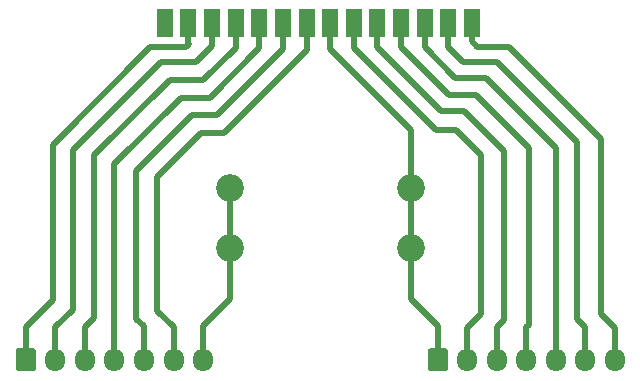
<source format=gbr>
G04 #@! TF.GenerationSoftware,KiCad,Pcbnew,(5.1.5)-3*
G04 #@! TF.CreationDate,2020-02-13T20:49:58+01:00*
G04 #@! TF.ProjectId,bms,626d732e-6b69-4636-9164-5f7063625858,01*
G04 #@! TF.SameCoordinates,Original*
G04 #@! TF.FileFunction,Copper,L1,Top*
G04 #@! TF.FilePolarity,Positive*
%FSLAX46Y46*%
G04 Gerber Fmt 4.6, Leading zero omitted, Abs format (unit mm)*
G04 Created by KiCad (PCBNEW (5.1.5)-3) date 2020-02-13 20:49:58*
%MOMM*%
%LPD*%
G04 APERTURE LIST*
%ADD10C,2.350000*%
%ADD11R,1.350000X2.350000*%
%ADD12O,1.700000X1.950000*%
%ADD13C,0.100000*%
%ADD14C,0.500000*%
%ADD15C,0.250000*%
G04 APERTURE END LIST*
D10*
X127847500Y-96120000D03*
X127847500Y-101200000D03*
X112527500Y-96120000D03*
X112527500Y-101200000D03*
D11*
X106990000Y-82200000D03*
X108990000Y-82200000D03*
X110990000Y-82200000D03*
X112990000Y-82200000D03*
X114990000Y-82200000D03*
X116990000Y-82200000D03*
X118990000Y-82200000D03*
X120990000Y-82200000D03*
X122990000Y-82200000D03*
X124990000Y-82200000D03*
X126990000Y-82200000D03*
X128990000Y-82200000D03*
X130990000Y-82200000D03*
X132990000Y-82200000D03*
D12*
X145100000Y-110700000D03*
X142600000Y-110700000D03*
X140100000Y-110700000D03*
X137600000Y-110700000D03*
X135100000Y-110700000D03*
X132600000Y-110700000D03*
G04 #@! TA.AperFunction,ComponentPad*
D13*
G36*
X130724504Y-109726204D02*
G01*
X130748773Y-109729804D01*
X130772571Y-109735765D01*
X130795671Y-109744030D01*
X130817849Y-109754520D01*
X130838893Y-109767133D01*
X130858598Y-109781747D01*
X130876777Y-109798223D01*
X130893253Y-109816402D01*
X130907867Y-109836107D01*
X130920480Y-109857151D01*
X130930970Y-109879329D01*
X130939235Y-109902429D01*
X130945196Y-109926227D01*
X130948796Y-109950496D01*
X130950000Y-109975000D01*
X130950000Y-111425000D01*
X130948796Y-111449504D01*
X130945196Y-111473773D01*
X130939235Y-111497571D01*
X130930970Y-111520671D01*
X130920480Y-111542849D01*
X130907867Y-111563893D01*
X130893253Y-111583598D01*
X130876777Y-111601777D01*
X130858598Y-111618253D01*
X130838893Y-111632867D01*
X130817849Y-111645480D01*
X130795671Y-111655970D01*
X130772571Y-111664235D01*
X130748773Y-111670196D01*
X130724504Y-111673796D01*
X130700000Y-111675000D01*
X129500000Y-111675000D01*
X129475496Y-111673796D01*
X129451227Y-111670196D01*
X129427429Y-111664235D01*
X129404329Y-111655970D01*
X129382151Y-111645480D01*
X129361107Y-111632867D01*
X129341402Y-111618253D01*
X129323223Y-111601777D01*
X129306747Y-111583598D01*
X129292133Y-111563893D01*
X129279520Y-111542849D01*
X129269030Y-111520671D01*
X129260765Y-111497571D01*
X129254804Y-111473773D01*
X129251204Y-111449504D01*
X129250000Y-111425000D01*
X129250000Y-109975000D01*
X129251204Y-109950496D01*
X129254804Y-109926227D01*
X129260765Y-109902429D01*
X129269030Y-109879329D01*
X129279520Y-109857151D01*
X129292133Y-109836107D01*
X129306747Y-109816402D01*
X129323223Y-109798223D01*
X129341402Y-109781747D01*
X129361107Y-109767133D01*
X129382151Y-109754520D01*
X129404329Y-109744030D01*
X129427429Y-109735765D01*
X129451227Y-109729804D01*
X129475496Y-109726204D01*
X129500000Y-109725000D01*
X130700000Y-109725000D01*
X130724504Y-109726204D01*
G37*
G04 #@! TD.AperFunction*
D12*
X110225000Y-110675000D03*
X107725000Y-110675000D03*
X105225000Y-110675000D03*
X102725000Y-110675000D03*
X100225000Y-110675000D03*
X97725000Y-110675000D03*
G04 #@! TA.AperFunction,ComponentPad*
D13*
G36*
X95849504Y-109701204D02*
G01*
X95873773Y-109704804D01*
X95897571Y-109710765D01*
X95920671Y-109719030D01*
X95942849Y-109729520D01*
X95963893Y-109742133D01*
X95983598Y-109756747D01*
X96001777Y-109773223D01*
X96018253Y-109791402D01*
X96032867Y-109811107D01*
X96045480Y-109832151D01*
X96055970Y-109854329D01*
X96064235Y-109877429D01*
X96070196Y-109901227D01*
X96073796Y-109925496D01*
X96075000Y-109950000D01*
X96075000Y-111400000D01*
X96073796Y-111424504D01*
X96070196Y-111448773D01*
X96064235Y-111472571D01*
X96055970Y-111495671D01*
X96045480Y-111517849D01*
X96032867Y-111538893D01*
X96018253Y-111558598D01*
X96001777Y-111576777D01*
X95983598Y-111593253D01*
X95963893Y-111607867D01*
X95942849Y-111620480D01*
X95920671Y-111630970D01*
X95897571Y-111639235D01*
X95873773Y-111645196D01*
X95849504Y-111648796D01*
X95825000Y-111650000D01*
X94625000Y-111650000D01*
X94600496Y-111648796D01*
X94576227Y-111645196D01*
X94552429Y-111639235D01*
X94529329Y-111630970D01*
X94507151Y-111620480D01*
X94486107Y-111607867D01*
X94466402Y-111593253D01*
X94448223Y-111576777D01*
X94431747Y-111558598D01*
X94417133Y-111538893D01*
X94404520Y-111517849D01*
X94394030Y-111495671D01*
X94385765Y-111472571D01*
X94379804Y-111448773D01*
X94376204Y-111424504D01*
X94375000Y-111400000D01*
X94375000Y-109950000D01*
X94376204Y-109925496D01*
X94379804Y-109901227D01*
X94385765Y-109877429D01*
X94394030Y-109854329D01*
X94404520Y-109832151D01*
X94417133Y-109811107D01*
X94431747Y-109791402D01*
X94448223Y-109773223D01*
X94466402Y-109756747D01*
X94486107Y-109742133D01*
X94507151Y-109729520D01*
X94529329Y-109719030D01*
X94552429Y-109710765D01*
X94576227Y-109704804D01*
X94600496Y-109701204D01*
X94625000Y-109700000D01*
X95825000Y-109700000D01*
X95849504Y-109701204D01*
G37*
G04 #@! TD.AperFunction*
D14*
X145100000Y-107975000D02*
X145100000Y-110700000D01*
X143950000Y-106825000D02*
X145100000Y-107975000D01*
X132990000Y-83740000D02*
X133425000Y-84175000D01*
X133425000Y-84175000D02*
X136140000Y-84175000D01*
X136140000Y-84175000D02*
X143950000Y-91985000D01*
X132990000Y-82200000D02*
X132990000Y-83740000D01*
X143950000Y-91985000D02*
X143950000Y-106825000D01*
X141925000Y-107275000D02*
X142600000Y-107950000D01*
X130990000Y-84240000D02*
X132200000Y-85450000D01*
X135100000Y-85450000D02*
X141925000Y-92275000D01*
X130990000Y-82200000D02*
X130990000Y-84240000D01*
X142600000Y-107950000D02*
X142600000Y-110700000D01*
X132200000Y-85450000D02*
X135100000Y-85450000D01*
X141925000Y-92275000D02*
X141925000Y-107275000D01*
X134175000Y-86800000D02*
X140100000Y-92725000D01*
X131550000Y-86800000D02*
X134175000Y-86800000D01*
X128990000Y-82200000D02*
X128990000Y-84240000D01*
X140100000Y-92725000D02*
X140100000Y-110700000D01*
X128990000Y-84240000D02*
X131550000Y-86800000D01*
X137800000Y-107725000D02*
X137600000Y-107925000D01*
X126990000Y-84240000D02*
X131025000Y-88275000D01*
X126990000Y-82200000D02*
X126990000Y-84240000D01*
X137600000Y-107925000D02*
X137600000Y-110700000D01*
X131025000Y-88275000D02*
X133325000Y-88275000D01*
X133325000Y-88275000D02*
X137800000Y-92750000D01*
X137800000Y-92750000D02*
X137800000Y-107725000D01*
X135725000Y-107300000D02*
X135100000Y-107925000D01*
X124990000Y-84240000D02*
X130375000Y-89625000D01*
X124990000Y-82200000D02*
X124990000Y-84240000D01*
X135725000Y-93025000D02*
X135725000Y-107300000D01*
X135100000Y-107925000D02*
X135100000Y-110700000D01*
X130375000Y-89625000D02*
X132325000Y-89625000D01*
X132325000Y-89625000D02*
X135725000Y-93025000D01*
X132600000Y-108000000D02*
X132600000Y-110700000D01*
X122990000Y-84299375D02*
X129965625Y-91275000D01*
X122990000Y-82200000D02*
X122990000Y-84299375D01*
X131675000Y-91275000D02*
X133750000Y-93350000D01*
X133750000Y-106850000D02*
X132600000Y-108000000D01*
X129965625Y-91275000D02*
X131675000Y-91275000D01*
X133750000Y-93350000D02*
X133750000Y-106850000D01*
X120990000Y-82200000D02*
X120990000Y-84390000D01*
X127847500Y-91247500D02*
X127847500Y-96120000D01*
X120990000Y-84390000D02*
X127847500Y-91247500D01*
X127847500Y-97781700D02*
X127847500Y-101200000D01*
X127847500Y-96120000D02*
X127847500Y-97781700D01*
X130100000Y-107800000D02*
X130100000Y-110700000D01*
X127847500Y-101200000D02*
X127847500Y-105547500D01*
X127847500Y-105547500D02*
X130100000Y-107800000D01*
X112527500Y-97781700D02*
X112527500Y-101200000D01*
X112527500Y-96120000D02*
X112527500Y-97781700D01*
X112527500Y-101200000D02*
X112527500Y-105572500D01*
X110225000Y-107875000D02*
X110225000Y-110675000D01*
X112527500Y-105572500D02*
X110225000Y-107875000D01*
X107725000Y-107925000D02*
X107725000Y-110675000D01*
X106325000Y-95250000D02*
X106325000Y-106525000D01*
X118990000Y-82200000D02*
X118990000Y-84510000D01*
X118990000Y-84510000D02*
X112000000Y-91500000D01*
X110075000Y-91500000D02*
X106325000Y-95250000D01*
X106325000Y-106525000D02*
X107725000Y-107925000D01*
X112000000Y-91500000D02*
X110075000Y-91500000D01*
X105225000Y-107875000D02*
X105225000Y-110675000D01*
X104575000Y-107225000D02*
X105225000Y-107875000D01*
X116990000Y-82200000D02*
X116990000Y-84410000D01*
X111400000Y-90000000D02*
X109300000Y-90000000D01*
X116990000Y-84410000D02*
X111400000Y-90000000D01*
X109300000Y-90000000D02*
X104575000Y-94725000D01*
X104575000Y-94725000D02*
X104575000Y-107225000D01*
D15*
X102725000Y-110525000D02*
X102550000Y-110700000D01*
D14*
X108375000Y-88500000D02*
X102725000Y-94150000D01*
X110800000Y-88500000D02*
X108375000Y-88500000D01*
X114990000Y-82200000D02*
X114990000Y-84310000D01*
X102725000Y-94150000D02*
X102725000Y-110525000D01*
X114990000Y-84310000D02*
X110800000Y-88500000D01*
X101025000Y-107150000D02*
X100225000Y-107950000D01*
X112990000Y-84260000D02*
X110250000Y-87000000D01*
X101025000Y-93375000D02*
X101025000Y-107150000D01*
X112990000Y-82200000D02*
X112990000Y-84260000D01*
X100225000Y-107950000D02*
X100225000Y-110675000D01*
X107400000Y-87000000D02*
X101025000Y-93375000D01*
X110250000Y-87000000D02*
X107400000Y-87000000D01*
X97725000Y-107950000D02*
X97725000Y-110525000D01*
X99225000Y-106450000D02*
X97725000Y-107950000D01*
X110990000Y-84110000D02*
X109600000Y-85500000D01*
X110990000Y-82200000D02*
X110990000Y-84110000D01*
X109600000Y-85500000D02*
X106675000Y-85500000D01*
X106675000Y-85500000D02*
X99225000Y-92950000D01*
X99225000Y-92950000D02*
X99225000Y-106450000D01*
X95225000Y-107900000D02*
X95225000Y-110525000D01*
X97500000Y-92504356D02*
X97500000Y-105625000D01*
X108990000Y-83990000D02*
X109000000Y-84000000D01*
X108990000Y-82200000D02*
X108990000Y-83990000D01*
X97500000Y-105625000D02*
X95225000Y-107900000D01*
X108750000Y-84250000D02*
X105754356Y-84250000D01*
X109000000Y-84000000D02*
X108750000Y-84250000D01*
X105754356Y-84250000D02*
X97500000Y-92504356D01*
M02*

</source>
